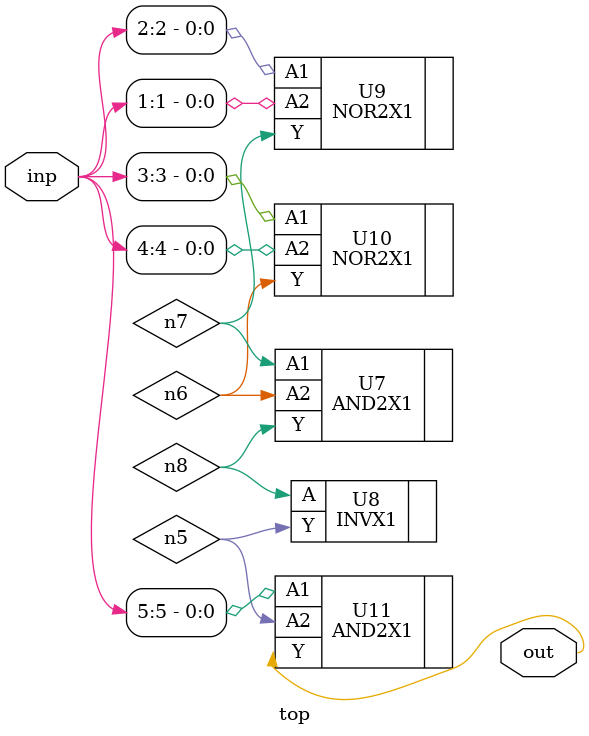
<source format=sv>


module top ( inp, out );
  input [5:0] inp;
  output out;
  wire   n5, n6, n7, n8;

  AND2X1 U7 ( .A1(n7), .A2(n6), .Y(n8) );
  INVX1 U8 ( .A(n8), .Y(n5) );
  NOR2X1 U9 ( .A1(inp[2]), .A2(inp[1]), .Y(n7) );
  NOR2X1 U10 ( .A1(inp[3]), .A2(inp[4]), .Y(n6) );
  AND2X1 U11 ( .A1(inp[5]), .A2(n5), .Y(out) );
endmodule


</source>
